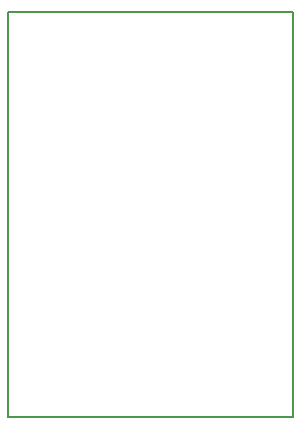
<source format=gbr>
G04 PROTEUS GERBER X2 FILE*
%TF.GenerationSoftware,Labcenter,Proteus,8.9-SP0-Build27865*%
%TF.CreationDate,2020-10-08T22:41:29+00:00*%
%TF.FileFunction,NonPlated,1,2,NPTH*%
%TF.FilePolarity,Positive*%
%TF.Part,Single*%
%TF.SameCoordinates,{0b1cd8f1-c089-4694-997e-405263033d43}*%
%FSLAX45Y45*%
%MOMM*%
G01*
%TA.AperFunction,Profile*%
%ADD17C,0.203200*%
%TD.AperFunction*%
D17*
X+0Y-3175000D02*
X+2413000Y-3175000D01*
X+2413000Y+254000D01*
X+0Y+254000D01*
X+0Y-3175000D01*
M02*

</source>
